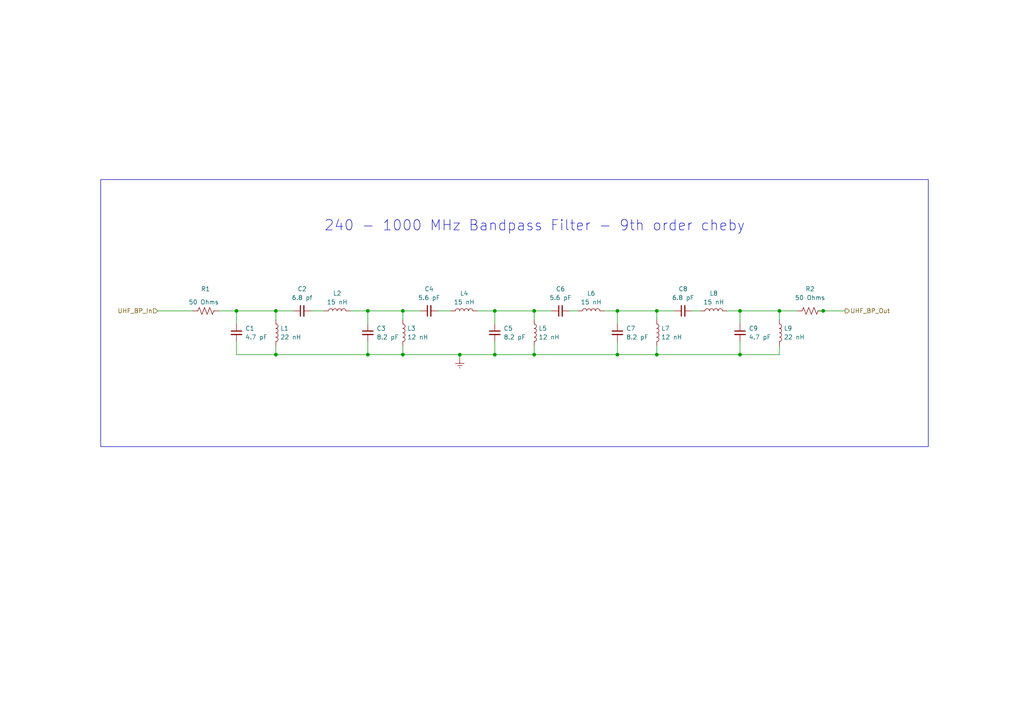
<source format=kicad_sch>
(kicad_sch (version 20230121) (generator eeschema)
  (paper "A4")
  (title_block (title "PLUTO RF Card Front-End") (rev " 001") (company "Steves Custom Computers"))
  (lib_symbols
    (symbol "Device:C_Small" (pin_numbers hide) (pin_names (offset 0.254) hide)
      (property "Reference" "C" (at 0.254 1.778 0))
      (property "Value" "C_Small" (at 0.254 -2.032 0))
      (symbol "C_Small_0_1"
        (polyline (pts (xy -1.524 -0.508) (xy 1.524 -0.508)) (stroke (width 0.3302)))
        (polyline (pts (xy -1.524 0.508) (xy 1.524 0.508)) (stroke (width 0.3048)))
      )
      (symbol "C_Small_1_1"
        (pin passive line (at 0 2.54 270) (length 2.032) (name "~") (number "1"))
        (pin passive line (at 0 -2.54 90) (length 2.032) (name "~") (number "2"))
      )
    )
    (symbol "Device:L" (pin_numbers hide) (pin_names (offset 1.016) hide)
      (property "Reference" "L" (at -1.27 0 90))
      (property "Value" "L" (at 1.905 0 90))
      (symbol "L_0_1"
        (arc (start 0 -2.54) (mid 0.6323 -1.905) (end 0 -1.27))
        (arc (start 0 -1.27) (mid 0.6323 -0.635) (end 0 0))
        (arc (start 0 0) (mid 0.6323 0.635) (end 0 1.27))
        (arc (start 0 1.27) (mid 0.6323 1.905) (end 0 2.54))
      )
      (symbol "L_1_1"
        (pin passive line (at 0 3.81 270) (length 1.27) (name "1") (number "1"))
        (pin passive line (at 0 -3.81 90) (length 1.27) (name "2") (number "2"))
      )
    )
    (symbol "Device:R_US" (pin_numbers hide) (pin_names (offset 0))
      (property "Reference" "R" (at 2.54 0 90))
      (property "Value" "R_US" (at -2.54 0 90))
      (symbol "R_US_0_1"
        (polyline (pts (xy 0 -2.286) (xy 0 -2.54)))
        (polyline (pts (xy 0 2.286) (xy 0 2.54)))
        (polyline (pts (xy 0 -0.762) (xy 1.016 -1.143) (xy 0 -1.524) (xy -1.016 -1.905) (xy 0 -2.286)))
        (polyline (pts (xy 0 0.762) (xy 1.016 0.381) (xy 0 0) (xy -1.016 -0.381) (xy 0 -0.762)))
        (polyline (pts (xy 0 2.286) (xy 1.016 1.905) (xy 0 1.524) (xy -1.016 1.143) (xy 0 0.762)))
      )
      (symbol "R_US_1_1"
        (pin passive line (at 0 3.81 270) (length 1.27) (name "~") (number "1"))
        (pin passive line (at 0 -3.81 90) (length 1.27) (name "~") (number "2"))
      )
    )
    (symbol "power:Earth" (power) (pin_names (offset 0))
      (symbol "Earth_0_1"
        (polyline (pts (xy -0.635 -1.905) (xy 0.635 -1.905)))
        (polyline (pts (xy -0.127 -2.54) (xy 0.127 -2.54)))
        (polyline (pts (xy 0 -1.27) (xy 0 0)))
        (polyline (pts (xy 1.27 -1.27) (xy -1.27 -1.27)))
      )
      (symbol "Earth_1_1"
        (pin power_in line (at 0 0 270) (length 0) hide (name "Earth") (number "1"))
      )
    )
  )
  (junction (at 80.01 90.17))
  (junction (at 106.68 102.87))
  (junction (at 238.76 90.17))
  (junction (at 190.5 90.17))
  (junction (at 116.84 102.87))
  (junction (at 179.07 90.17))
  (junction (at 133.35 102.87))
  (junction (at 179.07 102.87))
  (junction (at 190.5 102.87))
  (junction (at 80.01 102.87))
  (junction (at 226.06 90.17))
  (junction (at 143.51 102.87))
  (junction (at 116.84 90.17))
  (junction (at 143.51 90.17))
  (junction (at 154.94 90.17))
  (junction (at 214.63 90.17))
  (junction (at 106.68 90.17))
  (junction (at 68.58 90.17))
  (junction (at 154.94 102.87))
  (junction (at 214.63 102.87))
  (wire (pts (xy 190.5 92.71) (xy 190.5 90.17)))
  (wire (pts (xy 226.06 102.87) (xy 226.06 100.33)))
  (wire (pts (xy 237.49 90.17) (xy 238.76 90.17)))
  (wire (pts (xy 68.58 102.87) (xy 80.01 102.87)))
  (wire (pts (xy 175.26 90.17) (xy 179.07 90.17)))
  (wire (pts (xy 179.07 99.06) (xy 179.07 102.87)))
  (wire (pts (xy 160.02 90.17) (xy 154.94 90.17)))
  (wire (pts (xy 106.68 90.17) (xy 106.68 93.98)))
  (wire (pts (xy 179.07 90.17) (xy 190.5 90.17)))
  (wire (pts (xy 106.68 102.87) (xy 116.84 102.87)))
  (wire (pts (xy 214.63 102.87) (xy 190.5 102.87)))
  (wire (pts (xy 154.94 102.87) (xy 143.51 102.87)))
  (wire (pts (xy 143.51 102.87) (xy 133.35 102.87)))
  (wire (pts (xy 68.58 90.17) (xy 80.01 90.17)))
  (wire (pts (xy 116.84 100.33) (xy 116.84 102.87)))
  (wire (pts (xy 130.81 90.17) (xy 127 90.17)))
  (wire (pts (xy 116.84 92.71) (xy 116.84 90.17)))
  (wire (pts (xy 80.01 102.87) (xy 80.01 100.33)))
  (wire (pts (xy 93.98 90.17) (xy 90.17 90.17)))
  (wire (pts (xy 143.51 90.17) (xy 143.51 93.98)))
  (wire (pts (xy 214.63 90.17) (xy 226.06 90.17)))
  (wire (pts (xy 238.76 90.17) (xy 245.11 90.17)))
  (wire (pts (xy 138.43 90.17) (xy 143.51 90.17)))
  (wire (pts (xy 231.14 90.17) (xy 226.06 90.17)))
  (wire (pts (xy 195.58 90.17) (xy 190.5 90.17)))
  (wire (pts (xy 190.5 100.33) (xy 190.5 102.87)))
  (wire (pts (xy 179.07 90.17) (xy 179.07 93.98)))
  (wire (pts (xy 116.84 90.17) (xy 121.92 90.17)))
  (wire (pts (xy 143.51 99.06) (xy 143.51 102.87)))
  (wire (pts (xy 167.64 90.17) (xy 165.1 90.17)))
  (wire (pts (xy 80.01 90.17) (xy 80.01 92.71)))
  (wire (pts (xy 154.94 92.71) (xy 154.94 90.17)))
  (wire (pts (xy 210.82 90.17) (xy 214.63 90.17)))
  (wire (pts (xy 179.07 102.87) (xy 190.5 102.87)))
  (wire (pts (xy 133.35 102.87) (xy 133.35 104.14)))
  (wire (pts (xy 68.58 99.06) (xy 68.58 102.87)))
  (wire (pts (xy 68.58 93.98) (xy 68.58 90.17)))
  (wire (pts (xy 106.68 99.06) (xy 106.68 102.87)))
  (wire (pts (xy 226.06 90.17) (xy 226.06 92.71)))
  (wire (pts (xy 45.72 90.17) (xy 55.88 90.17)))
  (wire (pts (xy 214.63 93.98) (xy 214.63 90.17)))
  (wire (pts (xy 214.63 102.87) (xy 226.06 102.87)))
  (wire (pts (xy 101.6 90.17) (xy 106.68 90.17)))
  (wire (pts (xy 63.5 90.17) (xy 68.58 90.17)))
  (wire (pts (xy 203.2 90.17) (xy 200.66 90.17)))
  (wire (pts (xy 154.94 100.33) (xy 154.94 102.87)))
  (wire (pts (xy 85.09 90.17) (xy 80.01 90.17)))
  (wire (pts (xy 133.35 102.87) (xy 116.84 102.87)))
  (wire (pts (xy 214.63 99.06) (xy 214.63 102.87)))
  (wire (pts (xy 106.68 90.17) (xy 116.84 90.17)))
  (wire (pts (xy 106.68 102.87) (xy 80.01 102.87)))
  (wire (pts (xy 154.94 102.87) (xy 179.07 102.87)))
  (wire (pts (xy 154.94 90.17) (xy 143.51 90.17)))
  (rectangle (start 29.21 52.07) (end 269.24 129.54))
  (text "240 - 1000 MHz Bandpass Filter - 9th order cheby" (at 93.98 67.31 0) (effects (font (size 3 3)) (justify left bottom)))
  (hierarchical_label "UHF_BP_Out" (shape output) (at 245.11 90.17 0))
  (hierarchical_label "UHF_BP_In" (shape input) (at 45.72 90.17 180))
  (symbol (lib_id "Device:L") (at 116.84 96.52 0) (unit 1)
    (property "Reference" "L3" (at 118.11 95.25 0) (effects (justify left)))
    (property "Value" "12 nH" (at 118.11 97.79 0) (effects (justify left)))
    (property "Footprint" "Inductor_SMD:L_1206_3216Metric" (effects hide))
    (instances (project "UpDownConverter" (path "" (reference "L3") (unit 1)) (path "" (reference "L3") (unit 1)) (path "" (reference "L12") (unit 1)) (path "" (reference "L21") (unit 1))))
  )
  (symbol (lib_id "Device:C_Small") (at 143.51 96.52 0) (unit 1)
    (property "Reference" "C5" (at 146.05 95.2563 0) (effects (justify left)))
    (property "Value" "8.2 pF" (at 146.05 97.7963 0) (effects (justify left)))
    (property "Footprint" "Capacitor_SMD:C_1206_3216Metric" (effects hide))
    (instances (project "UpDownConverter" (path "" (reference "C5") (unit 1)) (path "" (reference "C5") (unit 1)) (path "" (reference "C14") (unit 1)) (path "" (reference "C23") (unit 1))))
  )
  (symbol (lib_id "Device:C_Small") (at 87.63 90.17 90) (unit 1)
    (property "Reference" "C2" (at 87.6363 83.82 90))
    (property "Value" "6.8 pf" (at 87.6363 86.36 90))
    (property "Footprint" "Capacitor_SMD:C_1206_3216Metric" (effects hide))
    (instances (project "UpDownConverter" (path "" (reference "C2") (unit 1)) (path "" (reference "C2") (unit 1)) (path "" (reference "C11") (unit 1)) (path "" (reference "C20") (unit 1))))
  )
  (symbol (lib_id "Device:L") (at 154.94 96.52 0) (unit 1)
    (property "Reference" "L5" (at 156.21 95.25 0) (effects (justify left)))
    (property "Value" "12 nH" (at 156.21 97.79 0) (effects (justify left)))
    (property "Footprint" "Inductor_SMD:L_1206_3216Metric" (effects hide))
    (instances (project "UpDownConverter" (path "" (reference "L5") (unit 1)) (path "" (reference "L5") (unit 1)) (path "" (reference "L14") (unit 1)) (path "" (reference "L23") (unit 1))))
  )
  (symbol (lib_id "Device:L") (at 80.01 96.52 0) (unit 1)
    (property "Reference" "L1" (at 81.28 95.25 0) (effects (justify left)))
    (property "Value" "22 nH" (at 81.28 97.79 0) (effects (justify left)))
    (property "Footprint" "Inductor_SMD:L_1206_3216Metric" (effects hide))
    (instances (project "UpDownConverter" (path "" (reference "L1") (unit 1)) (path "" (reference "L1") (unit 1)) (path "" (reference "L10") (unit 1)) (path "" (reference "L19") (unit 1))))
  )
  (symbol (lib_id "Device:L") (at 134.62 90.17 90) (unit 1)
    (property "Reference" "L4" (at 134.62 85.09 90))
    (property "Value" "15 nH" (at 134.62 87.63 90))
    (property "Footprint" "Inductor_SMD:L_1206_3216Metric" (effects hide))
    (instances (project "UpDownConverter" (path "" (reference "L4") (unit 1)) (path "" (reference "L4") (unit 1)) (path "" (reference "L13") (unit 1)) (path "" (reference "L22") (unit 1))))
  )
  (symbol (lib_id "Device:L") (at 97.79 90.17 90) (unit 1)
    (property "Reference" "L2" (at 97.79 85.09 90))
    (property "Value" "15 nH" (at 97.79 87.63 90))
    (property "Footprint" "Inductor_SMD:L_1206_3216Metric" (effects hide))
    (instances (project "UpDownConverter" (path "" (reference "L2") (unit 1)) (path "" (reference "L2") (unit 1)) (path "" (reference "L11") (unit 1)) (path "" (reference "L20") (unit 1))))
  )
  (symbol (lib_id "Device:L") (at 190.5 96.52 0) (unit 1)
    (property "Reference" "L7" (at 191.77 95.25 0) (effects (justify left)))
    (property "Value" "12 nH" (at 191.77 97.79 0) (effects (justify left)))
    (property "Footprint" "Inductor_SMD:L_1206_3216Metric" (effects hide))
    (instances (project "UpDownConverter" (path "" (reference "L7") (unit 1)) (path "" (reference "L7") (unit 1)) (path "" (reference "L16") (unit 1)) (path "" (reference "L25") (unit 1))))
  )
  (symbol (lib_id "Device:L") (at 171.45 90.17 90) (unit 1)
    (property "Reference" "L6" (at 171.45 85.09 90))
    (property "Value" "15 nH" (at 171.45 87.63 90))
    (property "Footprint" "Inductor_SMD:L_1206_3216Metric" (effects hide))
    (instances (project "UpDownConverter" (path "" (reference "L6") (unit 1)) (path "" (reference "L6") (unit 1)) (path "" (reference "L15") (unit 1)) (path "" (reference "L24") (unit 1))))
  )
  (symbol (lib_id "Device:C_Small") (at 162.56 90.17 90) (unit 1)
    (property "Reference" "C6" (at 162.5663 83.82 90))
    (property "Value" "5.6 pF" (at 162.5663 86.36 90))
    (property "Footprint" "Capacitor_SMD:C_1206_3216Metric" (effects hide))
    (instances (project "UpDownConverter" (path "" (reference "C6") (unit 1)) (path "" (reference "C6") (unit 1)) (path "" (reference "C15") (unit 1)) (path "" (reference "C24") (unit 1))))
  )
  (symbol (lib_id "Device:C_Small") (at 179.07 96.52 0) (unit 1)
    (property "Reference" "C7" (at 181.61 95.2563 0) (effects (justify left)))
    (property "Value" "8.2 pF" (at 181.61 97.7963 0) (effects (justify left)))
    (property "Footprint" "Capacitor_SMD:C_1206_3216Metric" (effects hide))
    (instances (project "UpDownConverter" (path "" (reference "C7") (unit 1)) (path "" (reference "C7") (unit 1)) (path "" (reference "C16") (unit 1)) (path "" (reference "C25") (unit 1))))
  )
  (symbol (lib_id "Device:C_Small") (at 124.46 90.17 90) (unit 1)
    (property "Reference" "C4" (at 124.4663 83.82 90))
    (property "Value" "5.6 pF" (at 124.4663 86.36 90))
    (property "Footprint" "Capacitor_SMD:C_1206_3216Metric" (effects hide))
    (instances (project "UpDownConverter" (path "" (reference "C4") (unit 1)) (path "" (reference "C4") (unit 1)) (path "" (reference "C13") (unit 1)) (path "" (reference "C22") (unit 1))))
  )
  (symbol (lib_id "power:Earth") (at 133.35 104.14 0) (unit 1)
    (property "Reference" "#PWR08" (effects hide))
    (property "Value" "Earth" (effects hide))
    (instances (project "UpDownConverter" (path "" (reference "#PWR08") (unit 1)) (path "" (reference "#PWR011") (unit 1)) (path "" (reference "#PWR03") (unit 1)) (path "" (reference "#PWR017") (unit 1))))
  )
  (symbol (lib_id "Device:C_Small") (at 214.63 96.52 0) (unit 1)
    (property "Reference" "C9" (at 217.17 95.25 0) (effects (justify left)))
    (property "Value" "4.7 pF" (at 217.17 97.79 0) (effects (justify left)))
    (property "Footprint" "Capacitor_SMD:C_1206_3216Metric" (effects hide))
    (instances (project "UpDownConverter" (path "" (reference "C9") (unit 1)) (path "" (reference "C9") (unit 1)) (path "" (reference "C18") (unit 1)) (path "" (reference "C27") (unit 1))))
  )
  (symbol (lib_id "Device:L") (at 226.06 96.52 0) (unit 1)
    (property "Reference" "L9" (at 227.33 95.25 0) (effects (justify left)))
    (property "Value" "22 nH" (at 227.33 97.79 0) (effects (justify left)))
    (property "Footprint" "Inductor_SMD:L_1206_3216Metric" (effects hide))
    (instances (project "UpDownConverter" (path "" (reference "L9") (unit 1)) (path "" (reference "L9") (unit 1)) (path "" (reference "L18") (unit 1)) (path "" (reference "L27") (unit 1))))
  )
  (symbol (lib_id "Device:C_Small") (at 106.68 96.52 0) (unit 1)
    (property "Reference" "C3" (at 109.22 95.2563 0) (effects (justify left)))
    (property "Value" "8.2 pF" (at 109.22 97.7963 0) (effects (justify left)))
    (property "Footprint" "Capacitor_SMD:C_1206_3216Metric" (effects hide))
    (instances (project "UpDownConverter" (path "" (reference "C3") (unit 1)) (path "" (reference "C3") (unit 1)) (path "" (reference "C12") (unit 1)) (path "" (reference "C21") (unit 1))))
  )
  (symbol (lib_id "Device:C_Small") (at 198.12 90.17 90) (unit 1)
    (property "Reference" "C8" (at 198.1263 83.82 90))
    (property "Value" "6.8 pF" (at 198.1263 86.36 90))
    (property "Footprint" "Capacitor_SMD:C_1206_3216Metric" (effects hide))
    (instances (project "UpDownConverter" (path "" (reference "C8") (unit 1)) (path "" (reference "C8") (unit 1)) (path "" (reference "C17") (unit 1)) (path "" (reference "C26") (unit 1))))
  )
  (symbol (lib_id "Device:L") (at 207.01 90.17 90) (unit 1)
    (property "Reference" "L8" (at 207.01 85.09 90))
    (property "Value" "15 nH" (at 207.01 87.63 90))
    (property "Footprint" "Inductor_SMD:L_1206_3216Metric" (effects hide))
    (instances (project "UpDownConverter" (path "" (reference "L8") (unit 1)) (path "" (reference "L8") (unit 1)) (path "" (reference "L17") (unit 1)) (path "" (reference "L26") (unit 1))))
  )
  (symbol (lib_id "Device:C_Small") (at 68.58 96.52 0) (unit 1)
    (property "Reference" "C1" (at 71.12 95.2563 0) (effects (justify left)))
    (property "Value" "4.7 pF" (at 71.12 97.7963 0) (effects (justify left)))
    (property "Footprint" "Capacitor_SMD:C_1206_3216Metric" (effects hide))
    (instances (project "UpDownConverter" (path "" (reference "C1") (unit 1)) (path "" (reference "C1") (unit 1)) (path "" (reference "C10") (unit 1)) (path "" (reference "C19") (unit 1))))
  )
  (symbol (lib_id "Device:R_US") (at 234.95 90.17 90) (unit 1)
    (property "Reference" "R2" (at 234.95 83.82 90))
    (property "Value" "50 Ohms" (at 234.95 86.36 90))
    (property "Footprint" "Resistor_SMD:R_1206_3216Metric" (effects hide))
    (instances (project "UpDownConverter" (path "" (reference "R2") (unit 1)) (path "" (reference "R4") (unit 1)) (path "" (reference "R6") (unit 1))))
  )
  (symbol (lib_id "Device:R_US") (at 59.69 90.17 90) (unit 1)
    (property "Reference" "R1" (at 60.96 83.82 90) (effects (justify left)))
    (property "Value" "50 Ohms" (at 63.5 87.63 90) (effects (justify left)))
    (property "Footprint" "Resistor_SMD:R_1206_3216Metric" (effects hide))
    (instances (project "UpDownConverter" (path "" (reference "R1") (unit 1)) (path "" (reference "R3") (unit 1)) (path "" (reference "R5") (unit 1))))
  )
)
</source>
